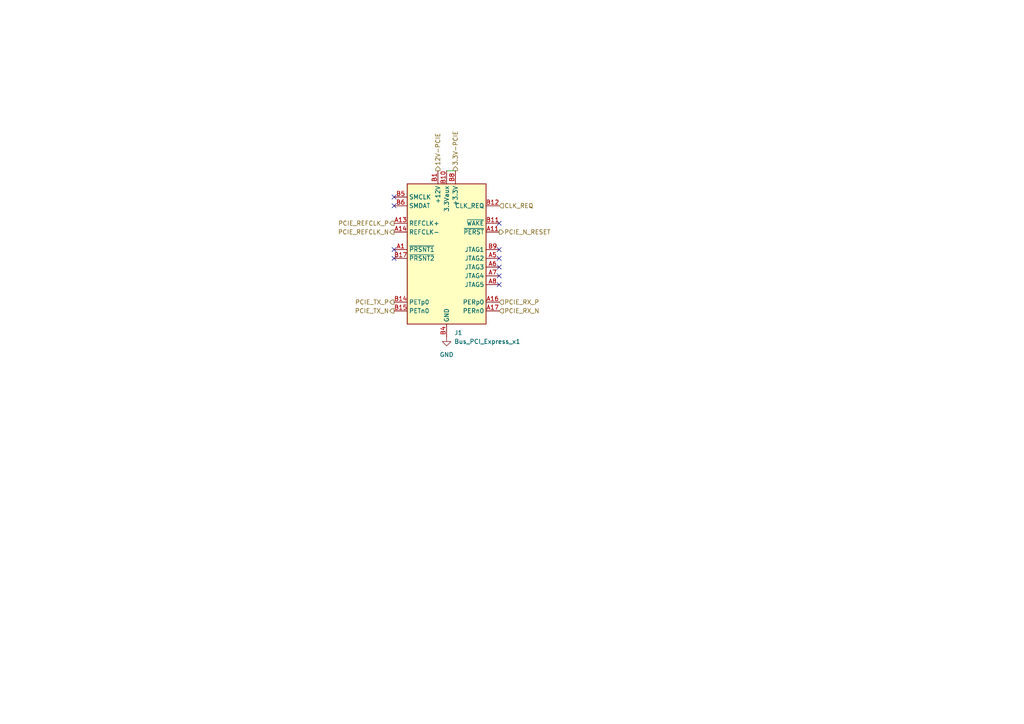
<source format=kicad_sch>
(kicad_sch (version 20230121) (generator eeschema)
  (paper "A4")
  (lib_symbols
    (symbol "Connector:Bus_PCI_Express_x1"
      (property "Reference" "J1" (at 2.1941 -21.59 0))
      (property "Value" "Bus_PCI_Express_x1" (at 2.1941 -24.13 0))
      (symbol "Bus_PCI_Express_x1_0_1"
        (rectangle (start -11.43 21.59) (end 11.43 -19.05) (stroke (width 0.254)) (fill (type background)))
      )
      (symbol "Bus_PCI_Express_x1_1_1"
        (pin passive line (at -15.24 2.54 0) (length 3.81) (name "~{PRSNT1}") (number "A1"))
        (pin passive line (at 2.54 25.4 270) (length 3.81) hide (name "+3.3V") (number "A10"))
        (pin input line (at 15.24 7.62 180) (length 3.81) (name "~{PERST}") (number "A11"))
        (pin passive line (at 0 -22.86 90) (length 3.81) hide (name "GND") (number "A12"))
        (pin input line (at -15.24 10.16 0) (length 3.81) (name "REFCLK+") (number "A13"))
        (pin input line (at -15.24 7.62 0) (length 3.81) (name "REFCLK-") (number "A14"))
        (pin passive line (at 0 -22.86 90) (length 3.81) hide (name "GND") (number "A15"))
        (pin output line (at 15.24 -12.7 180) (length 3.81) (name "PERp0") (number "A16"))
        (pin output line (at 15.24 -15.24 180) (length 3.81) (name "PERn0") (number "A17"))
        (pin passive line (at 0 -22.86 90) (length 3.81) hide (name "GND") (number "A18"))
        (pin passive line (at -2.54 25.4 270) (length 3.81) hide (name "+12V") (number "A2"))
        (pin passive line (at -2.54 25.4 270) (length 3.81) hide (name "+12V") (number "A3"))
        (pin passive line (at 0 -22.86 90) (length 3.81) hide (name "GND") (number "A4"))
        (pin input line (at 15.24 0 180) (length 3.81) (name "JTAG2") (number "A5"))
        (pin input line (at 15.24 -2.54 180) (length 3.81) (name "JTAG3") (number "A6"))
        (pin output line (at 15.24 -5.08 180) (length 3.81) (name "JTAG4") (number "A7"))
        (pin input line (at 15.24 -7.62 180) (length 3.81) (name "JTAG5") (number "A8"))
        (pin passive line (at 2.54 25.4 270) (length 3.81) hide (name "+3.3V") (number "A9"))
        (pin power_in line (at -2.54 25.4 270) (length 3.81) (name "+12V") (number "B1"))
        (pin power_in line (at 0 25.4 270) (length 3.81) (name "3.3Vaux") (number "B10"))
        (pin open_collector line (at 15.24 10.16 180) (length 3.81) (name "~{WAKE}") (number "B11"))
        (pin passive line (at 15.24 15.24 180) (length 3.81) (name "CLK_REQ") (number "B12"))
        (pin passive line (at 0 -22.86 90) (length 3.81) hide (name "GND") (number "B13"))
        (pin input line (at -15.24 -12.7 0) (length 3.81) (name "PETp0") (number "B14"))
        (pin input line (at -15.24 -15.24 0) (length 3.81) (name "PETn0") (number "B15"))
        (pin passive line (at 0 -22.86 90) (length 3.81) hide (name "GND") (number "B16"))
        (pin passive line (at -15.24 0 0) (length 3.81) (name "~{PRSNT2}") (number "B17"))
        (pin passive line (at 0 -22.86 90) (length 3.81) hide (name "GND") (number "B18"))
        (pin passive line (at -2.54 25.4 270) (length 3.81) hide (name "+12V") (number "B2"))
        (pin passive line (at -2.54 25.4 270) (length 3.81) hide (name "+12V") (number "B3"))
        (pin power_in line (at 0 -22.86 90) (length 3.81) (name "GND") (number "B4"))
        (pin input line (at -15.24 17.78 0) (length 3.81) (name "SMCLK") (number "B5"))
        (pin bidirectional line (at -15.24 15.24 0) (length 3.81) (name "SMDAT") (number "B6"))
        (pin passive line (at 0 -22.86 90) (length 3.81) hide (name "GND") (number "B7"))
        (pin power_in line (at 2.54 25.4 270) (length 3.81) (name "+3.3V") (number "B8"))
        (pin input line (at 15.24 2.54 180) (length 3.81) (name "JTAG1") (number "B9"))
      )
    )
    (symbol "power:GND" (power) (pin_names (offset 0))
      (property "Value" "GND" (at 0 -3.81 0))
      (symbol "GND_0_1"
        (polyline (pts (xy 0 0) (xy 0 -1.27) (xy 1.27 -1.27) (xy 0 -2.54) (xy -1.27 -1.27) (xy 0 -1.27)))
      )
      (symbol "GND_1_1"
        (pin power_in line (at 0 0 270) (length 0) hide (name "GND") (number "1"))
      )
    )
  )
  (no_connect (at 114.3 57.15))
  (no_connect (at 114.3 59.69))
  (no_connect (at 114.3 74.93))
  (no_connect (at 144.78 64.77))
  (no_connect (at 144.78 74.93))
  (no_connect (at 144.78 72.39))
  (no_connect (at 144.78 82.55))
  (no_connect (at 144.78 80.01))
  (no_connect (at 144.78 77.47))
  (no_connect (at 114.3 72.39))
  (wire (pts (xy 129.54 49.53) (xy 132.08 49.53)))
  (hierarchical_label "12V-PCIE" (shape output) (at 127 49.53 90))
  (hierarchical_label "PCIE_RX_P" (shape input) (at 144.78 87.63 0))
  (hierarchical_label "3.3V-PCIE" (shape output) (at 132.08 49.53 90))
  (hierarchical_label "PCIE_RX_N" (shape input) (at 144.78 90.17 0))
  (hierarchical_label "PCIE_REFCLK_P" (shape output) (at 114.3 64.77 180))
  (hierarchical_label "CLK_REQ" (shape input) (at 144.78 59.69 0))
  (hierarchical_label "PCIE_REFCLK_N" (shape output) (at 114.3 67.31 180))
  (hierarchical_label "PCIE_TX_P" (shape output) (at 114.3 87.63 180))
  (hierarchical_label "PCIE_N_RESET" (shape output) (at 144.78 67.31 0))
  (hierarchical_label "PCIE_TX_N" (shape output) (at 114.3 90.17 180))
  (symbol (lib_id "Connector:Bus_PCI_Express_x1") (at 129.54 74.93 0) (unit 1)
    (property "Reference" "J1" (at 131.7341 96.52 0) (effects (justify left)))
    (property "Value" "Bus_PCI_Express_x1" (at 131.7341 99.06 0) (effects (justify left)))
    (property "Footprint" "Connector_PCBEdge:BUS_PCIexpress_x1" (effects hide))
    (property "Datasheet" "http://www.ritrontek.com/uploadfile/2016/1026/20161026105231124.pdf#page=63" (effects hide))
  )
  (symbol (lib_id "power:GND") (at 129.54 97.79 0) (unit 1)
    (property "Reference" "#PWR041" (effects hide))
    (property "Value" "GND" (at 129.54 102.87 0))
  )
)
</source>
